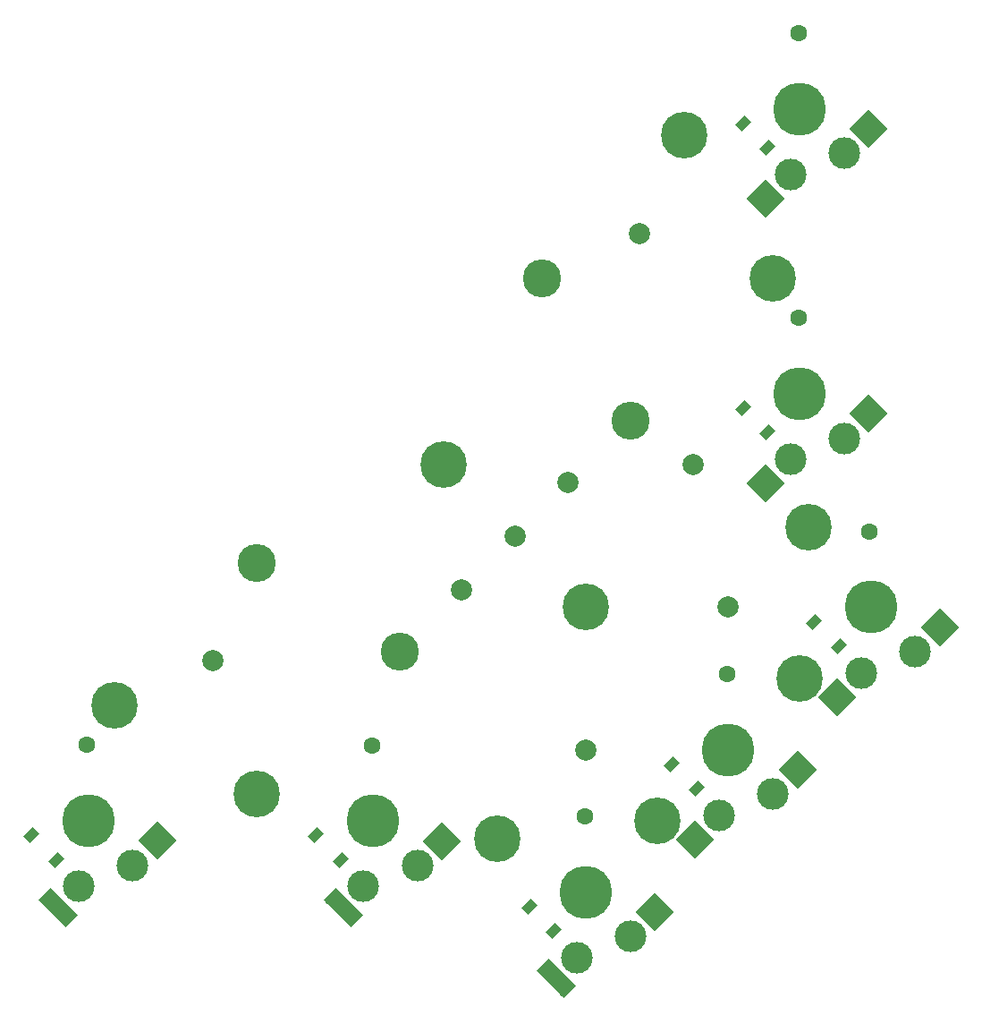
<source format=gbs>
G04 #@! TF.GenerationSoftware,KiCad,Pcbnew,8.0.5*
G04 #@! TF.CreationDate,2024-09-18T07:32:08+09:00*
G04 #@! TF.ProjectId,SandyLP_Middle,53616e64-794c-4505-9f4d-6964646c652e,v.0*
G04 #@! TF.SameCoordinates,Original*
G04 #@! TF.FileFunction,Soldermask,Bot*
G04 #@! TF.FilePolarity,Negative*
%FSLAX46Y46*%
G04 Gerber Fmt 4.6, Leading zero omitted, Abs format (unit mm)*
G04 Created by KiCad (PCBNEW 8.0.5) date 2024-09-18 07:32:08*
%MOMM*%
%LPD*%
G01*
G04 APERTURE LIST*
G04 Aperture macros list*
%AMRotRect*
0 Rectangle, with rotation*
0 The origin of the aperture is its center*
0 $1 length*
0 $2 width*
0 $3 Rotation angle, in degrees counterclockwise*
0 Add horizontal line*
21,1,$1,$2,0,0,$3*%
G04 Aperture macros list end*
%ADD10C,3.600000*%
%ADD11C,4.400000*%
%ADD12C,3.000000*%
%ADD13C,5.000000*%
%ADD14C,1.600000*%
%ADD15RotRect,2.600000X2.600000X45.000000*%
%ADD16C,0.800000*%
%ADD17RotRect,1.625000X3.600000X45.000000*%
%ADD18RotRect,0.900000X1.200000X315.000000*%
%ADD19C,2.000000*%
G04 APERTURE END LIST*
D10*
X176140787Y-22834167D03*
D11*
X176140787Y-22834167D03*
D10*
X184559777Y-36304552D03*
D11*
X184559777Y-36304552D03*
D12*
X192936783Y-73641999D03*
D13*
X193820666Y-67454815D03*
D12*
X198027951Y-71662100D03*
D14*
X193714600Y-60277681D03*
D15*
X200343726Y-69346326D03*
X190621008Y-75957774D03*
D10*
X187927373Y-59877724D03*
D11*
X187927373Y-59877724D03*
D12*
X186201591Y-26495654D03*
D13*
X187085474Y-20308470D03*
D12*
X191292759Y-24515755D03*
D14*
X186979408Y-13131336D03*
D15*
X193608534Y-22199981D03*
X183885816Y-28811429D03*
D12*
X145808145Y-93865281D03*
D13*
X146692028Y-87678097D03*
D12*
X150899313Y-91885382D03*
D14*
X146585962Y-80500963D03*
D15*
X153215088Y-89569608D03*
D16*
X142590809Y-95173429D03*
X144570708Y-97153328D03*
D17*
X143872440Y-95871697D03*
D12*
X186201591Y-53436423D03*
D13*
X187085474Y-47249239D03*
D12*
X191292759Y-51456524D03*
D14*
X186979408Y-40072105D03*
D15*
X193608534Y-49140750D03*
X183885816Y-55752198D03*
D10*
X173615090Y-87660391D03*
D11*
X173615090Y-87660391D03*
D10*
X158460908Y-89344189D03*
D11*
X158460908Y-89344189D03*
D10*
X187085474Y-74190007D03*
D11*
X187085474Y-74190007D03*
D12*
X118849670Y-93847575D03*
D13*
X119733553Y-87660391D03*
D12*
X123940838Y-91867676D03*
D14*
X119627487Y-80483257D03*
D15*
X126256613Y-89551902D03*
D16*
X115632334Y-95155723D03*
X117612233Y-97135622D03*
D17*
X116913965Y-95853991D03*
D10*
X122259250Y-76715704D03*
D11*
X122259250Y-76715704D03*
D10*
X135729635Y-85134694D03*
D11*
X135729635Y-85134694D03*
D12*
X165996015Y-100582767D03*
D13*
X166879898Y-94395583D03*
D12*
X171087183Y-98602868D03*
D14*
X166773832Y-87218449D03*
D15*
X173402958Y-96287094D03*
D16*
X162778679Y-101890915D03*
X164758578Y-103870814D03*
D17*
X164060310Y-102589183D03*
D12*
X179466399Y-87112383D03*
D13*
X180350282Y-80925199D03*
D12*
X184557567Y-85132484D03*
D14*
X180244216Y-73748065D03*
D15*
X186873342Y-82816710D03*
X177150624Y-89428158D03*
D10*
X149200019Y-71664310D03*
D11*
X153409514Y-53984431D03*
D18*
X181709253Y-21667441D03*
X184042705Y-24000893D03*
X188444445Y-68813786D03*
X190777897Y-71147238D03*
D11*
X166879898Y-67454815D03*
D18*
X174974061Y-82284170D03*
X177307513Y-84617622D03*
X114357332Y-89019362D03*
X116690784Y-91352814D03*
D19*
X166879898Y-80925199D03*
D18*
X141298101Y-89019362D03*
X143631553Y-91352814D03*
X161503677Y-95754554D03*
X163837129Y-98088006D03*
D19*
X165196100Y-55668229D03*
D10*
X135729635Y-63245320D03*
D19*
X176982686Y-53984431D03*
X155093312Y-65771017D03*
D10*
X162670403Y-36304552D03*
X171089393Y-49774936D03*
D19*
X131520140Y-72506209D03*
X180350282Y-67454815D03*
D18*
X181709253Y-48608210D03*
X184042705Y-50941662D03*
D19*
X160144706Y-60719623D03*
X171931292Y-32095057D03*
M02*

</source>
